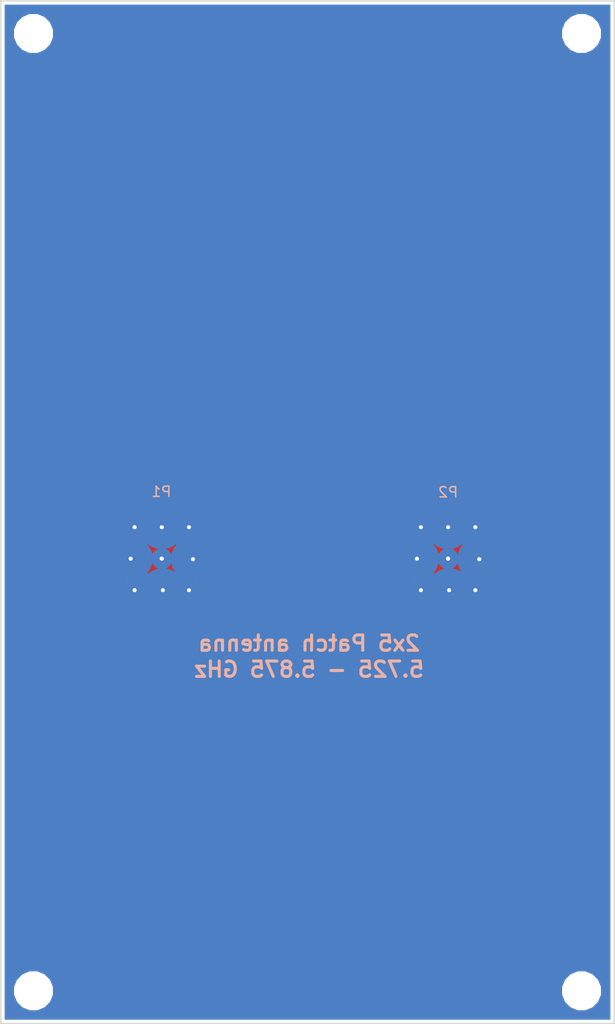
<source format=kicad_pcb>
(kicad_pcb (version 20171130) (host pcbnew 5.1.2-f72e74a~84~ubuntu18.04.1)

  (general
    (thickness 1.6)
    (drawings 358)
    (tracks 192)
    (zones 0)
    (modules 0)
    (nets 1)
  )

  (page A4)
  (layers
    (0 F.Cu signal)
    (31 B.Cu signal)
    (32 B.Adhes user)
    (33 F.Adhes user)
    (34 B.Paste user)
    (35 F.Paste user)
    (36 B.SilkS user)
    (37 F.SilkS user)
    (38 B.Mask user)
    (39 F.Mask user)
    (40 Dwgs.User user)
    (41 Cmts.User user)
    (42 Eco1.User user)
    (43 Eco2.User user)
    (44 Edge.Cuts user)
  )

  (setup
    (last_trace_width 0.25)
    (trace_clearance 0.2)
    (zone_clearance 0.508)
    (zone_45_only no)
    (trace_min 0.2)
    (via_size 0.8)
    (via_drill 0.4)
    (via_min_size 0.4)
    (via_min_drill 0.3)
    (uvia_size 0.3)
    (uvia_drill 0.1)
    (uvias_allowed no)
    (uvia_min_size 0.2)
    (uvia_min_drill 0.1)
    (edge_width 0.05)
    (segment_width 0.2)
    (pcb_text_width 0.3)
    (pcb_text_size 1.5 1.5)
    (mod_edge_width 0.12)
    (mod_text_size 1 1)
    (mod_text_width 0.15)
    (pad_size 1.524 1.524)
    (pad_drill 0.762)
    (pad_to_mask_clearance 0.051)
    (solder_mask_min_width 0.25)
    (aux_axis_origin 0 0)
    (visible_elements FFFFFF7F)
    (pcbplotparams
      (layerselection 0x010fc_ffffffff)
      (usegerberextensions false)
      (usegerberattributes false)
      (usegerberadvancedattributes false)
      (creategerberjobfile false)
      (excludeedgelayer true)
      (linewidth 0.100000)
      (plotframeref false)
      (viasonmask false)
      (mode 1)
      (useauxorigin false)
      (hpglpennumber 1)
      (hpglpenspeed 20)
      (hpglpendiameter 15.000000)
      (psnegative false)
      (psa4output false)
      (plotreference true)
      (plotvalue true)
      (plotinvisibletext false)
      (padsonsilk false)
      (subtractmaskfromsilk false)
      (outputformat 1)
      (mirror false)
      (drillshape 1)
      (scaleselection 1)
      (outputdirectory ""))
  )

  (net 0 "")

  (net_class Default "This is the default net class."
    (clearance 0.2)
    (trace_width 0.25)
    (via_dia 0.8)
    (via_drill 0.4)
    (uvia_dia 0.3)
    (uvia_drill 0.1)
  )

  (gr_line (start 141.541 112.93478) (end 141.541 112.93478) (layer B.Mask) (width 1.1))
  (gr_line (start 113.541 112.93478) (end 113.541 112.93478) (layer B.Mask) (width 1.1))
  (gr_line (start 141.55 109.87) (end 141.55 109.87) (layer B.Mask) (width 7.4))
  (gr_line (start 141.65 116.03) (end 141.65 116.03) (layer B.Mask) (width 7.4))
  (gr_line (start 144.6 113) (end 144.6 113) (layer B.Mask) (width 2))
  (gr_line (start 138.5 112.95) (end 138.5 112.95) (layer B.Mask) (width 2))
  (gr_line (start 138.89 116.03) (end 138.89 116.03) (layer B.Mask) (width 2.8))
  (gr_line (start 144.21 116.03) (end 144.21 116.03) (layer B.Mask) (width 2.8))
  (gr_line (start 144.21 109.87) (end 144.21 109.87) (layer B.Mask) (width 2.8))
  (gr_line (start 138.89 109.87) (end 138.89 109.87) (layer B.Mask) (width 2.8))
  (gr_line (start 141.55 112.95) (end 141.55 112.95) (layer B.Mask) (width 2.45))
  (gr_line (start 113.55 109.87) (end 113.55 109.87) (layer B.Mask) (width 7.4))
  (gr_line (start 113.65 116.03) (end 113.65 116.03) (layer B.Mask) (width 7.4))
  (gr_line (start 116.6 113) (end 116.6 113) (layer B.Mask) (width 2))
  (gr_line (start 110.5 112.95) (end 110.5 112.95) (layer B.Mask) (width 2))
  (gr_line (start 110.89 116.03) (end 110.89 116.03) (layer B.Mask) (width 2.8))
  (gr_line (start 116.21 116.03) (end 116.21 116.03) (layer B.Mask) (width 2.8))
  (gr_line (start 116.21 109.87) (end 116.21 109.87) (layer B.Mask) (width 2.8))
  (gr_line (start 110.89 109.87) (end 110.89 109.87) (layer B.Mask) (width 2.8))
  (gr_line (start 113.55 112.95) (end 113.55 112.95) (layer B.Mask) (width 2.45))
  (gr_line (start 154.6 155.2) (end 154.6 155.2) (layer B.Mask) (width 3.6))
  (gr_line (start 101 155.2) (end 101 155.2) (layer B.Mask) (width 3.6))
  (gr_line (start 101 61.6) (end 101 61.6) (layer B.Mask) (width 3.6))
  (gr_line (start 154.6 61.6) (end 154.6 61.6) (layer B.Mask) (width 3.6))
  (gr_line (start 138.48571 120.54643) (end 138.41429 120.475) (layer B.SilkS) (width 0.3))
  (gr_line (start 138.41429 120.475) (end 138.27143 120.40357) (layer B.SilkS) (width 0.3))
  (gr_line (start 138.27143 120.40357) (end 137.91429 120.40357) (layer B.SilkS) (width 0.3))
  (gr_line (start 137.91429 120.40357) (end 137.77143 120.475) (layer B.SilkS) (width 0.3))
  (gr_line (start 137.77143 120.475) (end 137.7 120.54643) (layer B.SilkS) (width 0.3))
  (gr_line (start 137.7 120.54643) (end 137.62857 120.68929) (layer B.SilkS) (width 0.3))
  (gr_line (start 137.62857 120.68929) (end 137.62857 120.83214) (layer B.SilkS) (width 0.3))
  (gr_line (start 137.62857 120.83214) (end 137.7 121.04643) (layer B.SilkS) (width 0.3))
  (gr_line (start 137.7 121.04643) (end 138.55714 121.90357) (layer B.SilkS) (width 0.3))
  (gr_line (start 138.55714 121.90357) (end 137.62857 121.90357) (layer B.SilkS) (width 0.3))
  (gr_line (start 137.12857 121.90357) (end 136.34286 120.90357) (layer B.SilkS) (width 0.3))
  (gr_line (start 137.12857 120.90357) (end 136.34286 121.90357) (layer B.SilkS) (width 0.3))
  (gr_line (start 135.05714 120.40357) (end 135.77143 120.40357) (layer B.SilkS) (width 0.3))
  (gr_line (start 135.77143 120.40357) (end 135.84286 121.11786) (layer B.SilkS) (width 0.3))
  (gr_line (start 135.84286 121.11786) (end 135.77143 121.04643) (layer B.SilkS) (width 0.3))
  (gr_line (start 135.77143 121.04643) (end 135.62857 120.975) (layer B.SilkS) (width 0.3))
  (gr_line (start 135.62857 120.975) (end 135.27143 120.975) (layer B.SilkS) (width 0.3))
  (gr_line (start 135.27143 120.975) (end 135.12857 121.04643) (layer B.SilkS) (width 0.3))
  (gr_line (start 135.12857 121.04643) (end 135.05714 121.11786) (layer B.SilkS) (width 0.3))
  (gr_line (start 135.05714 121.11786) (end 134.98571 121.26071) (layer B.SilkS) (width 0.3))
  (gr_line (start 134.98571 121.26071) (end 134.98571 121.61786) (layer B.SilkS) (width 0.3))
  (gr_line (start 134.98571 121.61786) (end 135.05714 121.76071) (layer B.SilkS) (width 0.3))
  (gr_line (start 135.05714 121.76071) (end 135.12857 121.83214) (layer B.SilkS) (width 0.3))
  (gr_line (start 135.12857 121.83214) (end 135.27143 121.90357) (layer B.SilkS) (width 0.3))
  (gr_line (start 135.27143 121.90357) (end 135.62857 121.90357) (layer B.SilkS) (width 0.3))
  (gr_line (start 135.62857 121.90357) (end 135.77143 121.83214) (layer B.SilkS) (width 0.3))
  (gr_line (start 135.77143 121.83214) (end 135.84286 121.76071) (layer B.SilkS) (width 0.3))
  (gr_line (start 133.2 121.90357) (end 133.2 120.40357) (layer B.SilkS) (width 0.3))
  (gr_line (start 133.2 120.40357) (end 132.62857 120.40357) (layer B.SilkS) (width 0.3))
  (gr_line (start 132.62857 120.40357) (end 132.48571 120.475) (layer B.SilkS) (width 0.3))
  (gr_line (start 132.48571 120.475) (end 132.41429 120.54643) (layer B.SilkS) (width 0.3))
  (gr_line (start 132.41429 120.54643) (end 132.34286 120.68929) (layer B.SilkS) (width 0.3))
  (gr_line (start 132.34286 120.68929) (end 132.34286 120.90357) (layer B.SilkS) (width 0.3))
  (gr_line (start 132.34286 120.90357) (end 132.41429 121.04643) (layer B.SilkS) (width 0.3))
  (gr_line (start 132.41429 121.04643) (end 132.48571 121.11786) (layer B.SilkS) (width 0.3))
  (gr_line (start 132.48571 121.11786) (end 132.62857 121.18929) (layer B.SilkS) (width 0.3))
  (gr_line (start 132.62857 121.18929) (end 133.2 121.18929) (layer B.SilkS) (width 0.3))
  (gr_line (start 131.05714 121.90357) (end 131.05714 121.11786) (layer B.SilkS) (width 0.3))
  (gr_line (start 131.05714 121.11786) (end 131.12857 120.975) (layer B.SilkS) (width 0.3))
  (gr_line (start 131.12857 120.975) (end 131.27143 120.90357) (layer B.SilkS) (width 0.3))
  (gr_line (start 131.27143 120.90357) (end 131.55714 120.90357) (layer B.SilkS) (width 0.3))
  (gr_line (start 131.55714 120.90357) (end 131.7 120.975) (layer B.SilkS) (width 0.3))
  (gr_line (start 131.05714 121.83214) (end 131.2 121.90357) (layer B.SilkS) (width 0.3))
  (gr_line (start 131.2 121.90357) (end 131.55714 121.90357) (layer B.SilkS) (width 0.3))
  (gr_line (start 131.55714 121.90357) (end 131.7 121.83214) (layer B.SilkS) (width 0.3))
  (gr_line (start 131.7 121.83214) (end 131.77143 121.68929) (layer B.SilkS) (width 0.3))
  (gr_line (start 131.77143 121.68929) (end 131.77143 121.54643) (layer B.SilkS) (width 0.3))
  (gr_line (start 131.77143 121.54643) (end 131.7 121.40357) (layer B.SilkS) (width 0.3))
  (gr_line (start 131.7 121.40357) (end 131.55714 121.33214) (layer B.SilkS) (width 0.3))
  (gr_line (start 131.55714 121.33214) (end 131.2 121.33214) (layer B.SilkS) (width 0.3))
  (gr_line (start 131.2 121.33214) (end 131.05714 121.26071) (layer B.SilkS) (width 0.3))
  (gr_line (start 130.55714 120.90357) (end 129.98571 120.90357) (layer B.SilkS) (width 0.3))
  (gr_line (start 130.34286 120.40357) (end 130.34286 121.68929) (layer B.SilkS) (width 0.3))
  (gr_line (start 130.34286 121.68929) (end 130.27143 121.83214) (layer B.SilkS) (width 0.3))
  (gr_line (start 130.27143 121.83214) (end 130.12857 121.90357) (layer B.SilkS) (width 0.3))
  (gr_line (start 130.12857 121.90357) (end 129.98571 121.90357) (layer B.SilkS) (width 0.3))
  (gr_line (start 128.84286 121.83214) (end 128.98571 121.90357) (layer B.SilkS) (width 0.3))
  (gr_line (start 128.98571 121.90357) (end 129.27143 121.90357) (layer B.SilkS) (width 0.3))
  (gr_line (start 129.27143 121.90357) (end 129.41429 121.83214) (layer B.SilkS) (width 0.3))
  (gr_line (start 129.41429 121.83214) (end 129.48571 121.76071) (layer B.SilkS) (width 0.3))
  (gr_line (start 129.48571 121.76071) (end 129.55714 121.61786) (layer B.SilkS) (width 0.3))
  (gr_line (start 129.55714 121.61786) (end 129.55714 121.18929) (layer B.SilkS) (width 0.3))
  (gr_line (start 129.55714 121.18929) (end 129.48571 121.04643) (layer B.SilkS) (width 0.3))
  (gr_line (start 129.48571 121.04643) (end 129.41429 120.975) (layer B.SilkS) (width 0.3))
  (gr_line (start 129.41429 120.975) (end 129.27143 120.90357) (layer B.SilkS) (width 0.3))
  (gr_line (start 129.27143 120.90357) (end 128.98571 120.90357) (layer B.SilkS) (width 0.3))
  (gr_line (start 128.98571 120.90357) (end 128.84286 120.975) (layer B.SilkS) (width 0.3))
  (gr_line (start 128.2 121.90357) (end 128.2 120.40357) (layer B.SilkS) (width 0.3))
  (gr_line (start 127.55714 121.90357) (end 127.55714 121.11786) (layer B.SilkS) (width 0.3))
  (gr_line (start 127.55714 121.11786) (end 127.62857 120.975) (layer B.SilkS) (width 0.3))
  (gr_line (start 127.62857 120.975) (end 127.77143 120.90357) (layer B.SilkS) (width 0.3))
  (gr_line (start 127.77143 120.90357) (end 127.98571 120.90357) (layer B.SilkS) (width 0.3))
  (gr_line (start 127.98571 120.90357) (end 128.12857 120.975) (layer B.SilkS) (width 0.3))
  (gr_line (start 128.12857 120.975) (end 128.2 121.04643) (layer B.SilkS) (width 0.3))
  (gr_line (start 125.05714 121.90357) (end 125.05714 121.11786) (layer B.SilkS) (width 0.3))
  (gr_line (start 125.05714 121.11786) (end 125.12857 120.975) (layer B.SilkS) (width 0.3))
  (gr_line (start 125.12857 120.975) (end 125.27143 120.90357) (layer B.SilkS) (width 0.3))
  (gr_line (start 125.27143 120.90357) (end 125.55714 120.90357) (layer B.SilkS) (width 0.3))
  (gr_line (start 125.55714 120.90357) (end 125.7 120.975) (layer B.SilkS) (width 0.3))
  (gr_line (start 125.05714 121.83214) (end 125.2 121.90357) (layer B.SilkS) (width 0.3))
  (gr_line (start 125.2 121.90357) (end 125.55714 121.90357) (layer B.SilkS) (width 0.3))
  (gr_line (start 125.55714 121.90357) (end 125.7 121.83214) (layer B.SilkS) (width 0.3))
  (gr_line (start 125.7 121.83214) (end 125.77143 121.68929) (layer B.SilkS) (width 0.3))
  (gr_line (start 125.77143 121.68929) (end 125.77143 121.54643) (layer B.SilkS) (width 0.3))
  (gr_line (start 125.77143 121.54643) (end 125.7 121.40357) (layer B.SilkS) (width 0.3))
  (gr_line (start 125.7 121.40357) (end 125.55714 121.33214) (layer B.SilkS) (width 0.3))
  (gr_line (start 125.55714 121.33214) (end 125.2 121.33214) (layer B.SilkS) (width 0.3))
  (gr_line (start 125.2 121.33214) (end 125.05714 121.26071) (layer B.SilkS) (width 0.3))
  (gr_line (start 124.34286 120.90357) (end 124.34286 121.90357) (layer B.SilkS) (width 0.3))
  (gr_line (start 124.34286 121.04643) (end 124.27143 120.975) (layer B.SilkS) (width 0.3))
  (gr_line (start 124.27143 120.975) (end 124.12857 120.90357) (layer B.SilkS) (width 0.3))
  (gr_line (start 124.12857 120.90357) (end 123.91429 120.90357) (layer B.SilkS) (width 0.3))
  (gr_line (start 123.91429 120.90357) (end 123.77143 120.975) (layer B.SilkS) (width 0.3))
  (gr_line (start 123.77143 120.975) (end 123.7 121.11786) (layer B.SilkS) (width 0.3))
  (gr_line (start 123.7 121.11786) (end 123.7 121.90357) (layer B.SilkS) (width 0.3))
  (gr_line (start 123.2 120.90357) (end 122.62857 120.90357) (layer B.SilkS) (width 0.3))
  (gr_line (start 122.98571 120.40357) (end 122.98571 121.68929) (layer B.SilkS) (width 0.3))
  (gr_line (start 122.98571 121.68929) (end 122.91429 121.83214) (layer B.SilkS) (width 0.3))
  (gr_line (start 122.91429 121.83214) (end 122.77143 121.90357) (layer B.SilkS) (width 0.3))
  (gr_line (start 122.77143 121.90357) (end 122.62857 121.90357) (layer B.SilkS) (width 0.3))
  (gr_line (start 121.55714 121.83214) (end 121.7 121.90357) (layer B.SilkS) (width 0.3))
  (gr_line (start 121.7 121.90357) (end 121.98571 121.90357) (layer B.SilkS) (width 0.3))
  (gr_line (start 121.98571 121.90357) (end 122.12857 121.83214) (layer B.SilkS) (width 0.3))
  (gr_line (start 122.12857 121.83214) (end 122.2 121.68929) (layer B.SilkS) (width 0.3))
  (gr_line (start 122.2 121.68929) (end 122.2 121.11786) (layer B.SilkS) (width 0.3))
  (gr_line (start 122.2 121.11786) (end 122.12857 120.975) (layer B.SilkS) (width 0.3))
  (gr_line (start 122.12857 120.975) (end 121.98571 120.90357) (layer B.SilkS) (width 0.3))
  (gr_line (start 121.98571 120.90357) (end 121.7 120.90357) (layer B.SilkS) (width 0.3))
  (gr_line (start 121.7 120.90357) (end 121.55714 120.975) (layer B.SilkS) (width 0.3))
  (gr_line (start 121.55714 120.975) (end 121.48571 121.11786) (layer B.SilkS) (width 0.3))
  (gr_line (start 121.48571 121.11786) (end 121.48571 121.26071) (layer B.SilkS) (width 0.3))
  (gr_line (start 121.48571 121.26071) (end 122.2 121.40357) (layer B.SilkS) (width 0.3))
  (gr_line (start 120.84286 120.90357) (end 120.84286 121.90357) (layer B.SilkS) (width 0.3))
  (gr_line (start 120.84286 121.04643) (end 120.77143 120.975) (layer B.SilkS) (width 0.3))
  (gr_line (start 120.77143 120.975) (end 120.62857 120.90357) (layer B.SilkS) (width 0.3))
  (gr_line (start 120.62857 120.90357) (end 120.41429 120.90357) (layer B.SilkS) (width 0.3))
  (gr_line (start 120.41429 120.90357) (end 120.27143 120.975) (layer B.SilkS) (width 0.3))
  (gr_line (start 120.27143 120.975) (end 120.2 121.11786) (layer B.SilkS) (width 0.3))
  (gr_line (start 120.2 121.11786) (end 120.2 121.90357) (layer B.SilkS) (width 0.3))
  (gr_line (start 119.48571 120.90357) (end 119.48571 121.90357) (layer B.SilkS) (width 0.3))
  (gr_line (start 119.48571 121.04643) (end 119.41429 120.975) (layer B.SilkS) (width 0.3))
  (gr_line (start 119.41429 120.975) (end 119.27143 120.90357) (layer B.SilkS) (width 0.3))
  (gr_line (start 119.27143 120.90357) (end 119.05714 120.90357) (layer B.SilkS) (width 0.3))
  (gr_line (start 119.05714 120.90357) (end 118.91429 120.975) (layer B.SilkS) (width 0.3))
  (gr_line (start 118.91429 120.975) (end 118.84286 121.11786) (layer B.SilkS) (width 0.3))
  (gr_line (start 118.84286 121.11786) (end 118.84286 121.90357) (layer B.SilkS) (width 0.3))
  (gr_line (start 117.48571 121.90357) (end 117.48571 121.11786) (layer B.SilkS) (width 0.3))
  (gr_line (start 117.48571 121.11786) (end 117.55714 120.975) (layer B.SilkS) (width 0.3))
  (gr_line (start 117.55714 120.975) (end 117.7 120.90357) (layer B.SilkS) (width 0.3))
  (gr_line (start 117.7 120.90357) (end 117.98571 120.90357) (layer B.SilkS) (width 0.3))
  (gr_line (start 117.98571 120.90357) (end 118.12857 120.975) (layer B.SilkS) (width 0.3))
  (gr_line (start 117.48571 121.83214) (end 117.62857 121.90357) (layer B.SilkS) (width 0.3))
  (gr_line (start 117.62857 121.90357) (end 117.98571 121.90357) (layer B.SilkS) (width 0.3))
  (gr_line (start 117.98571 121.90357) (end 118.12857 121.83214) (layer B.SilkS) (width 0.3))
  (gr_line (start 118.12857 121.83214) (end 118.2 121.68929) (layer B.SilkS) (width 0.3))
  (gr_line (start 118.2 121.68929) (end 118.2 121.54643) (layer B.SilkS) (width 0.3))
  (gr_line (start 118.2 121.54643) (end 118.12857 121.40357) (layer B.SilkS) (width 0.3))
  (gr_line (start 118.12857 121.40357) (end 117.98571 121.33214) (layer B.SilkS) (width 0.3))
  (gr_line (start 117.98571 121.33214) (end 117.62857 121.33214) (layer B.SilkS) (width 0.3))
  (gr_line (start 117.62857 121.33214) (end 117.48571 121.26071) (layer B.SilkS) (width 0.3))
  (gr_line (start 138.09286 122.95357) (end 138.80714 122.95357) (layer B.SilkS) (width 0.3))
  (gr_line (start 138.80714 122.95357) (end 138.87857 123.66786) (layer B.SilkS) (width 0.3))
  (gr_line (start 138.87857 123.66786) (end 138.80714 123.59643) (layer B.SilkS) (width 0.3))
  (gr_line (start 138.80714 123.59643) (end 138.66429 123.525) (layer B.SilkS) (width 0.3))
  (gr_line (start 138.66429 123.525) (end 138.30714 123.525) (layer B.SilkS) (width 0.3))
  (gr_line (start 138.30714 123.525) (end 138.16429 123.59643) (layer B.SilkS) (width 0.3))
  (gr_line (start 138.16429 123.59643) (end 138.09286 123.66786) (layer B.SilkS) (width 0.3))
  (gr_line (start 138.09286 123.66786) (end 138.02143 123.81071) (layer B.SilkS) (width 0.3))
  (gr_line (start 138.02143 123.81071) (end 138.02143 124.16786) (layer B.SilkS) (width 0.3))
  (gr_line (start 138.02143 124.16786) (end 138.09286 124.31071) (layer B.SilkS) (width 0.3))
  (gr_line (start 138.09286 124.31071) (end 138.16429 124.38214) (layer B.SilkS) (width 0.3))
  (gr_line (start 138.16429 124.38214) (end 138.30714 124.45357) (layer B.SilkS) (width 0.3))
  (gr_line (start 138.30714 124.45357) (end 138.66429 124.45357) (layer B.SilkS) (width 0.3))
  (gr_line (start 138.66429 124.45357) (end 138.80714 124.38214) (layer B.SilkS) (width 0.3))
  (gr_line (start 138.80714 124.38214) (end 138.87857 124.31071) (layer B.SilkS) (width 0.3))
  (gr_line (start 137.37857 124.31071) (end 137.30714 124.38214) (layer B.SilkS) (width 0.3))
  (gr_line (start 137.30714 124.38214) (end 137.37857 124.45357) (layer B.SilkS) (width 0.3))
  (gr_line (start 137.37857 124.45357) (end 137.45 124.38214) (layer B.SilkS) (width 0.3))
  (gr_line (start 137.45 124.38214) (end 137.37857 124.31071) (layer B.SilkS) (width 0.3))
  (gr_line (start 137.37857 124.31071) (end 137.37857 124.45357) (layer B.SilkS) (width 0.3))
  (gr_line (start 136.80714 122.95357) (end 135.80714 122.95357) (layer B.SilkS) (width 0.3))
  (gr_line (start 135.80714 122.95357) (end 136.45 124.45357) (layer B.SilkS) (width 0.3))
  (gr_line (start 135.30714 123.09643) (end 135.23571 123.025) (layer B.SilkS) (width 0.3))
  (gr_line (start 135.23571 123.025) (end 135.09286 122.95357) (layer B.SilkS) (width 0.3))
  (gr_line (start 135.09286 122.95357) (end 134.73571 122.95357) (layer B.SilkS) (width 0.3))
  (gr_line (start 134.73571 122.95357) (end 134.59286 123.025) (layer B.SilkS) (width 0.3))
  (gr_line (start 134.59286 123.025) (end 134.52143 123.09643) (layer B.SilkS) (width 0.3))
  (gr_line (start 134.52143 123.09643) (end 134.45 123.23929) (layer B.SilkS) (width 0.3))
  (gr_line (start 134.45 123.23929) (end 134.45 123.38214) (layer B.SilkS) (width 0.3))
  (gr_line (start 134.45 123.38214) (end 134.52143 123.59643) (layer B.SilkS) (width 0.3))
  (gr_line (start 134.52143 123.59643) (end 135.37857 124.45357) (layer B.SilkS) (width 0.3))
  (gr_line (start 135.37857 124.45357) (end 134.45 124.45357) (layer B.SilkS) (width 0.3))
  (gr_line (start 133.09286 122.95357) (end 133.80714 122.95357) (layer B.SilkS) (width 0.3))
  (gr_line (start 133.80714 122.95357) (end 133.87857 123.66786) (layer B.SilkS) (width 0.3))
  (gr_line (start 133.87857 123.66786) (end 133.80714 123.59643) (layer B.SilkS) (width 0.3))
  (gr_line (start 133.80714 123.59643) (end 133.66429 123.525) (layer B.SilkS) (width 0.3))
  (gr_line (start 133.66429 123.525) (end 133.30714 123.525) (layer B.SilkS) (width 0.3))
  (gr_line (start 133.30714 123.525) (end 133.16429 123.59643) (layer B.SilkS) (width 0.3))
  (gr_line (start 133.16429 123.59643) (end 133.09286 123.66786) (layer B.SilkS) (width 0.3))
  (gr_line (start 133.09286 123.66786) (end 133.02143 123.81071) (layer B.SilkS) (width 0.3))
  (gr_line (start 133.02143 123.81071) (end 133.02143 124.16786) (layer B.SilkS) (width 0.3))
  (gr_line (start 133.02143 124.16786) (end 133.09286 124.31071) (layer B.SilkS) (width 0.3))
  (gr_line (start 133.09286 124.31071) (end 133.16429 124.38214) (layer B.SilkS) (width 0.3))
  (gr_line (start 133.16429 124.38214) (end 133.30714 124.45357) (layer B.SilkS) (width 0.3))
  (gr_line (start 133.30714 124.45357) (end 133.66429 124.45357) (layer B.SilkS) (width 0.3))
  (gr_line (start 133.66429 124.45357) (end 133.80714 124.38214) (layer B.SilkS) (width 0.3))
  (gr_line (start 133.80714 124.38214) (end 133.87857 124.31071) (layer B.SilkS) (width 0.3))
  (gr_line (start 131.23571 123.88214) (end 130.09286 123.88214) (layer B.SilkS) (width 0.3))
  (gr_line (start 127.52143 122.95357) (end 128.23571 122.95357) (layer B.SilkS) (width 0.3))
  (gr_line (start 128.23571 122.95357) (end 128.30714 123.66786) (layer B.SilkS) (width 0.3))
  (gr_line (start 128.30714 123.66786) (end 128.23571 123.59643) (layer B.SilkS) (width 0.3))
  (gr_line (start 128.23571 123.59643) (end 128.09286 123.525) (layer B.SilkS) (width 0.3))
  (gr_line (start 128.09286 123.525) (end 127.73571 123.525) (layer B.SilkS) (width 0.3))
  (gr_line (start 127.73571 123.525) (end 127.59286 123.59643) (layer B.SilkS) (width 0.3))
  (gr_line (start 127.59286 123.59643) (end 127.52143 123.66786) (layer B.SilkS) (width 0.3))
  (gr_line (start 127.52143 123.66786) (end 127.45 123.81071) (layer B.SilkS) (width 0.3))
  (gr_line (start 127.45 123.81071) (end 127.45 124.16786) (layer B.SilkS) (width 0.3))
  (gr_line (start 127.45 124.16786) (end 127.52143 124.31071) (layer B.SilkS) (width 0.3))
  (gr_line (start 127.52143 124.31071) (end 127.59286 124.38214) (layer B.SilkS) (width 0.3))
  (gr_line (start 127.59286 124.38214) (end 127.73571 124.45357) (layer B.SilkS) (width 0.3))
  (gr_line (start 127.73571 124.45357) (end 128.09286 124.45357) (layer B.SilkS) (width 0.3))
  (gr_line (start 128.09286 124.45357) (end 128.23571 124.38214) (layer B.SilkS) (width 0.3))
  (gr_line (start 128.23571 124.38214) (end 128.30714 124.31071) (layer B.SilkS) (width 0.3))
  (gr_line (start 126.80714 124.31071) (end 126.73571 124.38214) (layer B.SilkS) (width 0.3))
  (gr_line (start 126.73571 124.38214) (end 126.80714 124.45357) (layer B.SilkS) (width 0.3))
  (gr_line (start 126.80714 124.45357) (end 126.87857 124.38214) (layer B.SilkS) (width 0.3))
  (gr_line (start 126.87857 124.38214) (end 126.80714 124.31071) (layer B.SilkS) (width 0.3))
  (gr_line (start 126.80714 124.31071) (end 126.80714 124.45357) (layer B.SilkS) (width 0.3))
  (gr_line (start 125.87857 123.59643) (end 126.02143 123.525) (layer B.SilkS) (width 0.3))
  (gr_line (start 126.02143 123.525) (end 126.09286 123.45357) (layer B.SilkS) (width 0.3))
  (gr_line (start 126.09286 123.45357) (end 126.16429 123.31071) (layer B.SilkS) (width 0.3))
  (gr_line (start 126.16429 123.31071) (end 126.16429 123.23929) (layer B.SilkS) (width 0.3))
  (gr_line (start 126.16429 123.23929) (end 126.09286 123.09643) (layer B.SilkS) (width 0.3))
  (gr_line (start 126.09286 123.09643) (end 126.02143 123.025) (layer B.SilkS) (width 0.3))
  (gr_line (start 126.02143 123.025) (end 125.87857 122.95357) (layer B.SilkS) (width 0.3))
  (gr_line (start 125.87857 122.95357) (end 125.59286 122.95357) (layer B.SilkS) (width 0.3))
  (gr_line (start 125.59286 122.95357) (end 125.45 123.025) (layer B.SilkS) (width 0.3))
  (gr_line (start 125.45 123.025) (end 125.37857 123.09643) (layer B.SilkS) (width 0.3))
  (gr_line (start 125.37857 123.09643) (end 125.30714 123.23929) (layer B.SilkS) (width 0.3))
  (gr_line (start 125.30714 123.23929) (end 125.30714 123.31071) (layer B.SilkS) (width 0.3))
  (gr_line (start 125.30714 123.31071) (end 125.37857 123.45357) (layer B.SilkS) (width 0.3))
  (gr_line (start 125.37857 123.45357) (end 125.45 123.525) (layer B.SilkS) (width 0.3))
  (gr_line (start 125.45 123.525) (end 125.59286 123.59643) (layer B.SilkS) (width 0.3))
  (gr_line (start 125.59286 123.59643) (end 125.87857 123.59643) (layer B.SilkS) (width 0.3))
  (gr_line (start 125.87857 123.59643) (end 126.02143 123.66786) (layer B.SilkS) (width 0.3))
  (gr_line (start 126.02143 123.66786) (end 126.09286 123.73929) (layer B.SilkS) (width 0.3))
  (gr_line (start 126.09286 123.73929) (end 126.16429 123.88214) (layer B.SilkS) (width 0.3))
  (gr_line (start 126.16429 123.88214) (end 126.16429 124.16786) (layer B.SilkS) (width 0.3))
  (gr_line (start 126.16429 124.16786) (end 126.09286 124.31071) (layer B.SilkS) (width 0.3))
  (gr_line (start 126.09286 124.31071) (end 126.02143 124.38214) (layer B.SilkS) (width 0.3))
  (gr_line (start 126.02143 124.38214) (end 125.87857 124.45357) (layer B.SilkS) (width 0.3))
  (gr_line (start 125.87857 124.45357) (end 125.59286 124.45357) (layer B.SilkS) (width 0.3))
  (gr_line (start 125.59286 124.45357) (end 125.45 124.38214) (layer B.SilkS) (width 0.3))
  (gr_line (start 125.45 124.38214) (end 125.37857 124.31071) (layer B.SilkS) (width 0.3))
  (gr_line (start 125.37857 124.31071) (end 125.30714 124.16786) (layer B.SilkS) (width 0.3))
  (gr_line (start 125.30714 124.16786) (end 125.30714 123.88214) (layer B.SilkS) (width 0.3))
  (gr_line (start 125.30714 123.88214) (end 125.37857 123.73929) (layer B.SilkS) (width 0.3))
  (gr_line (start 125.37857 123.73929) (end 125.45 123.66786) (layer B.SilkS) (width 0.3))
  (gr_line (start 125.45 123.66786) (end 125.59286 123.59643) (layer B.SilkS) (width 0.3))
  (gr_line (start 124.80714 122.95357) (end 123.80714 122.95357) (layer B.SilkS) (width 0.3))
  (gr_line (start 123.80714 122.95357) (end 124.45 124.45357) (layer B.SilkS) (width 0.3))
  (gr_line (start 122.52143 122.95357) (end 123.23571 122.95357) (layer B.SilkS) (width 0.3))
  (gr_line (start 123.23571 122.95357) (end 123.30714 123.66786) (layer B.SilkS) (width 0.3))
  (gr_line (start 123.30714 123.66786) (end 123.23571 123.59643) (layer B.SilkS) (width 0.3))
  (gr_line (start 123.23571 123.59643) (end 123.09286 123.525) (layer B.SilkS) (width 0.3))
  (gr_line (start 123.09286 123.525) (end 122.73571 123.525) (layer B.SilkS) (width 0.3))
  (gr_line (start 122.73571 123.525) (end 122.59286 123.59643) (layer B.SilkS) (width 0.3))
  (gr_line (start 122.59286 123.59643) (end 122.52143 123.66786) (layer B.SilkS) (width 0.3))
  (gr_line (start 122.52143 123.66786) (end 122.45 123.81071) (layer B.SilkS) (width 0.3))
  (gr_line (start 122.45 123.81071) (end 122.45 124.16786) (layer B.SilkS) (width 0.3))
  (gr_line (start 122.45 124.16786) (end 122.52143 124.31071) (layer B.SilkS) (width 0.3))
  (gr_line (start 122.52143 124.31071) (end 122.59286 124.38214) (layer B.SilkS) (width 0.3))
  (gr_line (start 122.59286 124.38214) (end 122.73571 124.45357) (layer B.SilkS) (width 0.3))
  (gr_line (start 122.73571 124.45357) (end 123.09286 124.45357) (layer B.SilkS) (width 0.3))
  (gr_line (start 123.09286 124.45357) (end 123.23571 124.38214) (layer B.SilkS) (width 0.3))
  (gr_line (start 123.23571 124.38214) (end 123.30714 124.31071) (layer B.SilkS) (width 0.3))
  (gr_line (start 119.87857 123.025) (end 120.02143 122.95357) (layer B.SilkS) (width 0.3))
  (gr_line (start 120.02143 122.95357) (end 120.23571 122.95357) (layer B.SilkS) (width 0.3))
  (gr_line (start 120.23571 122.95357) (end 120.45 123.025) (layer B.SilkS) (width 0.3))
  (gr_line (start 120.45 123.025) (end 120.59286 123.16786) (layer B.SilkS) (width 0.3))
  (gr_line (start 120.59286 123.16786) (end 120.66429 123.31071) (layer B.SilkS) (width 0.3))
  (gr_line (start 120.66429 123.31071) (end 120.73571 123.59643) (layer B.SilkS) (width 0.3))
  (gr_line (start 120.73571 123.59643) (end 120.73571 123.81071) (layer B.SilkS) (width 0.3))
  (gr_line (start 120.73571 123.81071) (end 120.66429 124.09643) (layer B.SilkS) (width 0.3))
  (gr_line (start 120.66429 124.09643) (end 120.59286 124.23929) (layer B.SilkS) (width 0.3))
  (gr_line (start 120.59286 124.23929) (end 120.45 124.38214) (layer B.SilkS) (width 0.3))
  (gr_line (start 120.45 124.38214) (end 120.23571 124.45357) (layer B.SilkS) (width 0.3))
  (gr_line (start 120.23571 124.45357) (end 120.09286 124.45357) (layer B.SilkS) (width 0.3))
  (gr_line (start 120.09286 124.45357) (end 119.87857 124.38214) (layer B.SilkS) (width 0.3))
  (gr_line (start 119.87857 124.38214) (end 119.80714 124.31071) (layer B.SilkS) (width 0.3))
  (gr_line (start 119.80714 124.31071) (end 119.80714 123.81071) (layer B.SilkS) (width 0.3))
  (gr_line (start 119.80714 123.81071) (end 120.09286 123.81071) (layer B.SilkS) (width 0.3))
  (gr_line (start 119.16429 124.45357) (end 119.16429 122.95357) (layer B.SilkS) (width 0.3))
  (gr_line (start 119.16429 123.66786) (end 118.30714 123.66786) (layer B.SilkS) (width 0.3))
  (gr_line (start 118.30714 124.45357) (end 118.30714 122.95357) (layer B.SilkS) (width 0.3))
  (gr_line (start 117.73571 123.45357) (end 116.95 123.45357) (layer B.SilkS) (width 0.3))
  (gr_line (start 116.95 123.45357) (end 117.73571 124.45357) (layer B.SilkS) (width 0.3))
  (gr_line (start 117.73571 124.45357) (end 116.95 124.45357) (layer B.SilkS) (width 0.3))
  (gr_line (start 142.2881 106.90238) (end 142.2881 105.90238) (layer B.SilkS) (width 0.15))
  (gr_line (start 142.2881 105.90238) (end 141.90714 105.90238) (layer B.SilkS) (width 0.15))
  (gr_line (start 141.90714 105.90238) (end 141.8119 105.95) (layer B.SilkS) (width 0.15))
  (gr_line (start 141.8119 105.95) (end 141.76429 105.99762) (layer B.SilkS) (width 0.15))
  (gr_line (start 141.76429 105.99762) (end 141.71667 106.09286) (layer B.SilkS) (width 0.15))
  (gr_line (start 141.71667 106.09286) (end 141.71667 106.23571) (layer B.SilkS) (width 0.15))
  (gr_line (start 141.71667 106.23571) (end 141.76429 106.33095) (layer B.SilkS) (width 0.15))
  (gr_line (start 141.76429 106.33095) (end 141.8119 106.37857) (layer B.SilkS) (width 0.15))
  (gr_line (start 141.8119 106.37857) (end 141.90714 106.42619) (layer B.SilkS) (width 0.15))
  (gr_line (start 141.90714 106.42619) (end 142.2881 106.42619) (layer B.SilkS) (width 0.15))
  (gr_line (start 141.33571 105.99762) (end 141.2881 105.95) (layer B.SilkS) (width 0.15))
  (gr_line (start 141.2881 105.95) (end 141.19286 105.90238) (layer B.SilkS) (width 0.15))
  (gr_line (start 141.19286 105.90238) (end 140.95476 105.90238) (layer B.SilkS) (width 0.15))
  (gr_line (start 140.95476 105.90238) (end 140.85952 105.95) (layer B.SilkS) (width 0.15))
  (gr_line (start 140.85952 105.95) (end 140.8119 105.99762) (layer B.SilkS) (width 0.15))
  (gr_line (start 140.8119 105.99762) (end 140.76429 106.09286) (layer B.SilkS) (width 0.15))
  (gr_line (start 140.76429 106.09286) (end 140.76429 106.1881) (layer B.SilkS) (width 0.15))
  (gr_line (start 140.76429 106.1881) (end 140.8119 106.33095) (layer B.SilkS) (width 0.15))
  (gr_line (start 140.8119 106.33095) (end 141.38333 106.90238) (layer B.SilkS) (width 0.15))
  (gr_line (start 141.38333 106.90238) (end 140.76429 106.90238) (layer B.SilkS) (width 0.15))
  (gr_line (start 114.2381 106.85238) (end 114.2381 105.85238) (layer B.SilkS) (width 0.15))
  (gr_line (start 114.2381 105.85238) (end 113.85714 105.85238) (layer B.SilkS) (width 0.15))
  (gr_line (start 113.85714 105.85238) (end 113.7619 105.9) (layer B.SilkS) (width 0.15))
  (gr_line (start 113.7619 105.9) (end 113.71429 105.94762) (layer B.SilkS) (width 0.15))
  (gr_line (start 113.71429 105.94762) (end 113.66667 106.04286) (layer B.SilkS) (width 0.15))
  (gr_line (start 113.66667 106.04286) (end 113.66667 106.18571) (layer B.SilkS) (width 0.15))
  (gr_line (start 113.66667 106.18571) (end 113.71429 106.28095) (layer B.SilkS) (width 0.15))
  (gr_line (start 113.71429 106.28095) (end 113.7619 106.32857) (layer B.SilkS) (width 0.15))
  (gr_line (start 113.7619 106.32857) (end 113.85714 106.37619) (layer B.SilkS) (width 0.15))
  (gr_line (start 113.85714 106.37619) (end 114.2381 106.37619) (layer B.SilkS) (width 0.15))
  (gr_line (start 112.71429 106.85238) (end 113.28571 106.85238) (layer B.SilkS) (width 0.15))
  (gr_line (start 113 106.85238) (end 113 105.85238) (layer B.SilkS) (width 0.15))
  (gr_line (start 113 105.85238) (end 113.09524 105.99524) (layer B.SilkS) (width 0.15))
  (gr_line (start 113.09524 105.99524) (end 113.19048 106.09048) (layer B.SilkS) (width 0.15))
  (gr_line (start 113.19048 106.09048) (end 113.28571 106.1381) (layer B.SilkS) (width 0.15))
  (gr_line (start 97.8 58.4) (end 97.8 58.4) (layer Edge.Cuts) (width 0.15))
  (gr_line (start 97.8 158.4) (end 97.8 58.4) (layer Edge.Cuts) (width 0.15))
  (gr_line (start 157.8 158.4) (end 97.8 158.4) (layer Edge.Cuts) (width 0.15))
  (gr_line (start 157.8 58.4) (end 157.8 158.4) (layer Edge.Cuts) (width 0.15))
  (gr_line (start 97.8 58.4) (end 157.8 58.4) (layer Edge.Cuts) (width 0.15))
  (gr_line (start 154.6 155.2) (end 154.6 155.2) (layer F.Mask) (width 3.6))
  (gr_line (start 101 155.2) (end 101 155.2) (layer F.Mask) (width 3.6))
  (gr_line (start 101 61.6) (end 101 61.6) (layer F.Mask) (width 3.6))
  (gr_line (start 154.6 61.6) (end 154.6 61.6) (layer F.Mask) (width 3.6))
  (gr_poly (pts (xy 157.325 157.925) (xy 98.275 157.925) (xy 98.275 155.59608) (xy 98.99965 155.59608) (xy 99.30349 156.33143) (xy 99.86561 156.89453) (xy 100.60043 157.19965) (xy 101.39608 157.20035) (xy 102.13143 156.89651) (xy 102.69453 156.33439) (xy 102.99965 155.59957) (xy 102.99966 155.59608) (xy 152.59965 155.59608) (xy 152.90349 156.33143) (xy 153.46561 156.89453) (xy 154.20043 157.19965) (xy 154.99608 157.20035) (xy 155.73143 156.89651) (xy 156.29453 156.33439) (xy 156.59965 155.59957) (xy 156.60035 154.80392) (xy 156.29651 154.06857) (xy 155.73439 153.50547) (xy 154.99957 153.20035) (xy 154.20392 153.19965) (xy 153.46857 153.50349) (xy 152.90547 154.06561) (xy 152.60035 154.80043) (xy 152.59965 155.59608) (xy 102.99966 155.59608) (xy 103.00035 154.80392) (xy 102.69651 154.06857) (xy 102.13439 153.50547) (xy 101.39957 153.20035) (xy 100.60392 153.19965) (xy 99.86857 153.50349) (xy 99.30547 154.06561) (xy 99.00035 154.80043) (xy 98.99965 155.59608) (xy 98.275 155.59608) (xy 98.275 109.45) (xy 110.1 109.45) (xy 110.1 115.95) (xy 110.1079 115.98896) (xy 110.12982 116.02124) (xy 110.16243 116.04267) (xy 110.20075 116.05) (xy 116.85075 116) (xy 116.88827 115.99239) (xy 116.92071 115.97071) (xy 116.94239 115.93827) (xy 116.95 115.9) (xy 116.95 109.67863) (xy 138.14194 109.67863) (xy 138.14194 116.17863) (xy 138.14985 116.21759) (xy 138.17177 116.24987) (xy 138.20437 116.27131) (xy 138.2427 116.27863) (xy 144.8927 116.22863) (xy 144.93021 116.22102) (xy 144.96266 116.19934) (xy 144.98433 116.1669) (xy 144.99194 116.12863) (xy 144.99194 109.67863) (xy 144.98433 109.64036) (xy 144.96266 109.60792) (xy 144.93021 109.58624) (xy 144.89194 109.57863) (xy 138.24194 109.57863) (xy 138.20368 109.58624) (xy 138.17123 109.60792) (xy 138.14956 109.64036) (xy 138.14194 109.67863) (xy 116.95 109.67863) (xy 116.95 109.45) (xy 116.94239 109.41173) (xy 116.92071 109.37929) (xy 116.88827 109.35761) (xy 116.85 109.35) (xy 110.2 109.35) (xy 110.16173 109.35761) (xy 110.12929 109.37929) (xy 110.10761 109.41173) (xy 110.1 109.45) (xy 98.275 109.45) (xy 98.275 61.99608) (xy 98.99965 61.99608) (xy 99.30349 62.73143) (xy 99.86561 63.29453) (xy 100.60043 63.59965) (xy 101.39608 63.60035) (xy 102.13143 63.29651) (xy 102.69453 62.73439) (xy 102.99965 61.99957) (xy 102.99966 61.99608) (xy 152.59965 61.99608) (xy 152.90349 62.73143) (xy 153.46561 63.29453) (xy 154.20043 63.59965) (xy 154.99608 63.60035) (xy 155.73143 63.29651) (xy 156.29453 62.73439) (xy 156.59965 61.99957) (xy 156.60035 61.20392) (xy 156.29651 60.46857) (xy 155.73439 59.90547) (xy 154.99957 59.60035) (xy 154.20392 59.59965) (xy 153.46857 59.90349) (xy 152.90547 60.46561) (xy 152.60035 61.20043) (xy 152.59965 61.99608) (xy 102.99966 61.99608) (xy 103.00035 61.20392) (xy 102.69651 60.46857) (xy 102.13439 59.90547) (xy 101.39957 59.60035) (xy 100.60392 59.59965) (xy 99.86857 59.90349) (xy 99.30547 60.46561) (xy 99.00035 61.20043) (xy 98.99965 61.99608) (xy 98.275 61.99608) (xy 98.275 58.875) (xy 157.325 58.875)) (layer B.Cu) (width 0))
  (gr_poly (pts (xy 116.75 115.80075) (xy 110.3 115.84925) (xy 110.3 113.36093) (xy 111.47464 113.36093) (xy 111.78988 114.12386) (xy 112.37307 114.70807) (xy 113.13545 115.02464) (xy 113.96093 115.02536) (xy 114.72386 114.71013) (xy 115.30807 114.12693) (xy 115.62464 113.36455) (xy 115.62536 112.53907) (xy 115.31013 111.77614) (xy 114.72693 111.19193) (xy 113.96455 110.87536) (xy 113.13907 110.87464) (xy 112.37614 111.18988) (xy 111.79193 111.77307) (xy 111.47536 112.53545) (xy 111.47464 113.36093) (xy 110.3 113.36093) (xy 110.3 109.55) (xy 116.75 109.55)) (layer B.Cu) (width 0))
  (gr_poly (pts (xy 144.79194 116.02938) (xy 138.34194 116.07788) (xy 138.34194 113.36093) (xy 139.47464 113.36093) (xy 139.78988 114.12386) (xy 140.37307 114.70807) (xy 141.13545 115.02464) (xy 141.96093 115.02536) (xy 142.72386 114.71013) (xy 143.30807 114.12693) (xy 143.62464 113.36455) (xy 143.62536 112.53907) (xy 143.31013 111.77614) (xy 142.72693 111.19193) (xy 141.96455 110.87536) (xy 141.13907 110.87464) (xy 140.37614 111.18988) (xy 139.79193 111.77307) (xy 139.47536 112.53545) (xy 139.47464 113.36093) (xy 138.34194 113.36093) (xy 138.34194 109.77863) (xy 144.79194 109.77863)) (layer B.Cu) (width 0))
  (gr_poly (pts (xy 127.741 115.78478) (xy 127.441 115.78478) (xy 127.441 115.28478) (xy 127.741 115.28478)) (layer F.Cu) (width 0))
  (gr_poly (pts (xy 128.541 101.58478) (xy 128.241 101.58478) (xy 128.241 101.08478) (xy 128.541 101.08478)) (layer F.Cu) (width 0))
  (gr_poly (pts (xy 126.941 101.58478) (xy 126.641 101.58478) (xy 126.641 101.08478) (xy 126.941 101.08478)) (layer F.Cu) (width 0))
  (gr_poly (pts (xy 129.041 115.78478) (xy 128.541 115.78478) (xy 128.541 101.08478) (xy 129.041 101.08478)) (layer F.Cu) (width 0))
  (gr_poly (pts (xy 128.241 115.78478) (xy 127.741 115.78478) (xy 127.741 101.08478) (xy 128.241 101.08478)) (layer F.Cu) (width 0))
  (gr_poly (pts (xy 127.441 115.78478) (xy 126.941 115.78478) (xy 126.941 101.08478) (xy 127.441 101.08478)) (layer F.Cu) (width 0))
  (gr_poly (pts (xy 126.641 115.78478) (xy 126.141 115.78478) (xy 126.141 101.08478) (xy 126.641 101.08478)) (layer F.Cu) (width 0))
  (gr_poly (pts (xy 141.80913 81.98478) (xy 148.541 81.98478) (xy 148.541 94.88478) (xy 141.80913 94.88478) (xy 141.80913 101.98478) (xy 149.541 101.98478) (xy 149.541 114.88478) (xy 141.80913 114.88478) (xy 141.80913 121.98478) (xy 148.541 121.98478) (xy 148.541 134.88478) (xy 141.80913 134.88478) (xy 141.80913 141.98478) (xy 147.541 141.98478) (xy 147.541 154.88478) (xy 135.541 154.88478) (xy 135.541 141.98478) (xy 141.27288 141.98478) (xy 141.27288 134.88478) (xy 134.541 134.88478) (xy 134.541 121.98478) (xy 141.27288 121.98478) (xy 141.27288 114.88478) (xy 133.541 114.88478) (xy 133.541 101.98478) (xy 141.27288 101.98478) (xy 141.27288 94.88478) (xy 134.541 94.88478) (xy 134.541 81.98478) (xy 141.27288 81.98478) (xy 141.27288 74.88478) (xy 135.541 74.88478) (xy 135.541 61.98478) (xy 147.541 61.98478) (xy 147.541 74.88478) (xy 141.80913 74.88478)) (layer F.Cu) (width 0))
  (gr_poly (pts (xy 113.80913 81.98478) (xy 120.541 81.98478) (xy 120.541 94.88478) (xy 113.80913 94.88478) (xy 113.80913 101.98478) (xy 121.541 101.98478) (xy 121.541 114.88478) (xy 113.80913 114.88478) (xy 113.80913 121.98478) (xy 120.541 121.98478) (xy 120.541 134.88478) (xy 113.80913 134.88478) (xy 113.80913 141.98478) (xy 119.541 141.98478) (xy 119.541 154.88478) (xy 107.541 154.88478) (xy 107.541 141.98478) (xy 113.27288 141.98478) (xy 113.27288 134.88478) (xy 106.541 134.88478) (xy 106.541 121.98478) (xy 113.27288 121.98478) (xy 113.27288 114.88478) (xy 105.541 114.88478) (xy 105.541 101.98478) (xy 113.27288 101.98478) (xy 113.27288 94.88478) (xy 106.541 94.88478) (xy 106.541 81.98478) (xy 113.27288 81.98478) (xy 113.27288 74.88478) (xy 107.541 74.88478) (xy 107.541 61.98478) (xy 119.541 61.98478) (xy 119.541 74.88478) (xy 113.80913 74.88478)) (layer F.Cu) (width 0))

  (via (at 141.541 112.93478) (size 0.7) (layers F.Cu B.Cu) (net 0))
  (via (at 113.541 112.93478) (size 0.7) (layers F.Cu B.Cu) (net 0))
  (via (at 141.55 109.87) (size 4.3) (layers F.Cu B.Cu) (net 0))
  (via (at 141.65 116.03) (size 4.3) (layers F.Cu B.Cu) (net 0))
  (via (at 144.6 113) (size 4.3) (layers F.Cu B.Cu) (net 0))
  (via (at 138.5 112.95) (size 4.3) (layers F.Cu B.Cu) (net 0))
  (via (at 138.89 116.03) (size 2) (layers F.Cu B.Cu) (net 0))
  (via (at 144.21 116.03) (size 2) (layers F.Cu B.Cu) (net 0))
  (via (at 144.21 109.87) (size 2) (layers F.Cu B.Cu) (net 0))
  (via (at 138.89 109.87) (size 2) (layers F.Cu B.Cu) (net 0))
  (via (at 141.55 112.95) (size 2.05) (layers F.Cu B.Cu) (net 0))
  (via (at 113.55 109.87) (size 4.3) (layers F.Cu B.Cu) (net 0))
  (via (at 113.65 116.03) (size 4.3) (layers F.Cu B.Cu) (net 0))
  (via (at 116.6 113) (size 4.3) (layers F.Cu B.Cu) (net 0))
  (via (at 110.5 112.95) (size 4.3) (layers F.Cu B.Cu) (net 0))
  (via (at 110.89 116.03) (size 2) (layers F.Cu B.Cu) (net 0))
  (via (at 116.21 116.03) (size 2) (layers F.Cu B.Cu) (net 0))
  (via (at 116.21 109.87) (size 2) (layers F.Cu B.Cu) (net 0))
  (via (at 110.89 109.87) (size 2) (layers F.Cu B.Cu) (net 0))
  (via (at 113.55 112.95) (size 2.05) (layers F.Cu B.Cu) (net 0))
  (segment (start 157.325 157.925) (end 98.275 157.925) (width 0.2) (layer B.Cu) (net 0))
  (segment (start 98.275 157.925) (end 98.275 155.59608) (width 0.2) (layer B.Cu) (net 0))
  (segment (start 98.275 155.59608) (end 98.99965 155.59608) (width 0.2) (layer B.Cu) (net 0))
  (segment (start 98.99965 155.59608) (end 99.30349 156.33143) (width 0.2) (layer B.Cu) (net 0))
  (segment (start 99.30349 156.33143) (end 99.86561 156.89453) (width 0.2) (layer B.Cu) (net 0))
  (segment (start 99.86561 156.89453) (end 100.60043 157.19965) (width 0.2) (layer B.Cu) (net 0))
  (segment (start 100.60043 157.19965) (end 101.39608 157.20035) (width 0.2) (layer B.Cu) (net 0))
  (segment (start 101.39608 157.20035) (end 102.13143 156.89651) (width 0.2) (layer B.Cu) (net 0))
  (segment (start 102.13143 156.89651) (end 102.69453 156.33439) (width 0.2) (layer B.Cu) (net 0))
  (segment (start 102.69453 156.33439) (end 102.99965 155.59957) (width 0.2) (layer B.Cu) (net 0))
  (segment (start 102.99965 155.59957) (end 102.99966 155.59608) (width 0.2) (layer B.Cu) (net 0))
  (segment (start 102.99966 155.59608) (end 152.59965 155.59608) (width 0.2) (layer B.Cu) (net 0))
  (segment (start 152.59965 155.59608) (end 152.90349 156.33143) (width 0.2) (layer B.Cu) (net 0))
  (segment (start 152.90349 156.33143) (end 153.46561 156.89453) (width 0.2) (layer B.Cu) (net 0))
  (segment (start 153.46561 156.89453) (end 154.20043 157.19965) (width 0.2) (layer B.Cu) (net 0))
  (segment (start 154.20043 157.19965) (end 154.99608 157.20035) (width 0.2) (layer B.Cu) (net 0))
  (segment (start 154.99608 157.20035) (end 155.73143 156.89651) (width 0.2) (layer B.Cu) (net 0))
  (segment (start 155.73143 156.89651) (end 156.29453 156.33439) (width 0.2) (layer B.Cu) (net 0))
  (segment (start 156.29453 156.33439) (end 156.59965 155.59957) (width 0.2) (layer B.Cu) (net 0))
  (segment (start 156.59965 155.59957) (end 156.60035 154.80392) (width 0.2) (layer B.Cu) (net 0))
  (segment (start 156.60035 154.80392) (end 156.29651 154.06857) (width 0.2) (layer B.Cu) (net 0))
  (segment (start 156.29651 154.06857) (end 155.73439 153.50547) (width 0.2) (layer B.Cu) (net 0))
  (segment (start 155.73439 153.50547) (end 154.99957 153.20035) (width 0.2) (layer B.Cu) (net 0))
  (segment (start 154.99957 153.20035) (end 154.20392 153.19965) (width 0.2) (layer B.Cu) (net 0))
  (segment (start 154.20392 153.19965) (end 153.46857 153.50349) (width 0.2) (layer B.Cu) (net 0))
  (segment (start 153.46857 153.50349) (end 152.90547 154.06561) (width 0.2) (layer B.Cu) (net 0))
  (segment (start 152.90547 154.06561) (end 152.60035 154.80043) (width 0.2) (layer B.Cu) (net 0))
  (segment (start 152.60035 154.80043) (end 152.59965 155.59608) (width 0.2) (layer B.Cu) (net 0))
  (segment (start 152.59965 155.59608) (end 102.99966 155.59608) (width 0.2) (layer B.Cu) (net 0))
  (segment (start 102.99966 155.59608) (end 103.00035 154.80392) (width 0.2) (layer B.Cu) (net 0))
  (segment (start 103.00035 154.80392) (end 102.69651 154.06857) (width 0.2) (layer B.Cu) (net 0))
  (segment (start 102.69651 154.06857) (end 102.13439 153.50547) (width 0.2) (layer B.Cu) (net 0))
  (segment (start 102.13439 153.50547) (end 101.39957 153.20035) (width 0.2) (layer B.Cu) (net 0))
  (segment (start 101.39957 153.20035) (end 100.60392 153.19965) (width 0.2) (layer B.Cu) (net 0))
  (segment (start 100.60392 153.19965) (end 99.86857 153.50349) (width 0.2) (layer B.Cu) (net 0))
  (segment (start 99.86857 153.50349) (end 99.30547 154.06561) (width 0.2) (layer B.Cu) (net 0))
  (segment (start 99.30547 154.06561) (end 99.00035 154.80043) (width 0.2) (layer B.Cu) (net 0))
  (segment (start 99.00035 154.80043) (end 98.99965 155.59608) (width 0.2) (layer B.Cu) (net 0))
  (segment (start 98.99965 155.59608) (end 98.275 155.59608) (width 0.2) (layer B.Cu) (net 0))
  (segment (start 98.275 155.59608) (end 98.275 109.45) (width 0.2) (layer B.Cu) (net 0))
  (segment (start 98.275 109.45) (end 110.1 109.45) (width 0.2) (layer B.Cu) (net 0))
  (segment (start 110.1 109.45) (end 110.1 115.95) (width 0.2) (layer B.Cu) (net 0))
  (segment (start 110.1 115.95) (end 110.1079 115.98896) (width 0.2) (layer B.Cu) (net 0))
  (segment (start 110.1079 115.98896) (end 110.12982 116.02124) (width 0.2) (layer B.Cu) (net 0))
  (segment (start 110.12982 116.02124) (end 110.16243 116.04267) (width 0.2) (layer B.Cu) (net 0))
  (segment (start 110.16243 116.04267) (end 110.20075 116.05) (width 0.2) (layer B.Cu) (net 0))
  (segment (start 110.20075 116.05) (end 116.85075 116) (width 0.2) (layer B.Cu) (net 0))
  (segment (start 116.85075 116) (end 116.88827 115.99239) (width 0.2) (layer B.Cu) (net 0))
  (segment (start 116.88827 115.99239) (end 116.92071 115.97071) (width 0.2) (layer B.Cu) (net 0))
  (segment (start 116.92071 115.97071) (end 116.94239 115.93827) (width 0.2) (layer B.Cu) (net 0))
  (segment (start 116.94239 115.93827) (end 116.95 115.9) (width 0.2) (layer B.Cu) (net 0))
  (segment (start 116.95 115.9) (end 116.95 109.67863) (width 0.2) (layer B.Cu) (net 0))
  (segment (start 116.95 109.67863) (end 138.14194 109.67863) (width 0.2) (layer B.Cu) (net 0))
  (segment (start 138.14194 109.67863) (end 138.14194 116.17863) (width 0.2) (layer B.Cu) (net 0))
  (segment (start 138.14194 116.17863) (end 138.14985 116.21759) (width 0.2) (layer B.Cu) (net 0))
  (segment (start 138.14985 116.21759) (end 138.17177 116.24987) (width 0.2) (layer B.Cu) (net 0))
  (segment (start 138.17177 116.24987) (end 138.20437 116.27131) (width 0.2) (layer B.Cu) (net 0))
  (segment (start 138.20437 116.27131) (end 138.2427 116.27863) (width 0.2) (layer B.Cu) (net 0))
  (segment (start 138.2427 116.27863) (end 144.8927 116.22863) (width 0.2) (layer B.Cu) (net 0))
  (segment (start 144.8927 116.22863) (end 144.93021 116.22102) (width 0.2) (layer B.Cu) (net 0))
  (segment (start 144.93021 116.22102) (end 144.96266 116.19934) (width 0.2) (layer B.Cu) (net 0))
  (segment (start 144.96266 116.19934) (end 144.98433 116.1669) (width 0.2) (layer B.Cu) (net 0))
  (segment (start 144.98433 116.1669) (end 144.99194 116.12863) (width 0.2) (layer B.Cu) (net 0))
  (segment (start 144.99194 116.12863) (end 144.99194 109.67863) (width 0.2) (layer B.Cu) (net 0))
  (segment (start 144.99194 109.67863) (end 144.98433 109.64036) (width 0.2) (layer B.Cu) (net 0))
  (segment (start 144.98433 109.64036) (end 144.96266 109.60792) (width 0.2) (layer B.Cu) (net 0))
  (segment (start 144.96266 109.60792) (end 144.93021 109.58624) (width 0.2) (layer B.Cu) (net 0))
  (segment (start 144.93021 109.58624) (end 144.89194 109.57863) (width 0.2) (layer B.Cu) (net 0))
  (segment (start 144.89194 109.57863) (end 138.24194 109.57863) (width 0.2) (layer B.Cu) (net 0))
  (segment (start 138.24194 109.57863) (end 138.20368 109.58624) (width 0.2) (layer B.Cu) (net 0))
  (segment (start 138.20368 109.58624) (end 138.17123 109.60792) (width 0.2) (layer B.Cu) (net 0))
  (segment (start 138.17123 109.60792) (end 138.14956 109.64036) (width 0.2) (layer B.Cu) (net 0))
  (segment (start 138.14956 109.64036) (end 138.14194 109.67863) (width 0.2) (layer B.Cu) (net 0))
  (segment (start 138.14194 109.67863) (end 116.95 109.67863) (width 0.2) (layer B.Cu) (net 0))
  (segment (start 116.95 109.67863) (end 116.95 109.45) (width 0.2) (layer B.Cu) (net 0))
  (segment (start 116.95 109.45) (end 116.94239 109.41173) (width 0.2) (layer B.Cu) (net 0))
  (segment (start 116.94239 109.41173) (end 116.92071 109.37929) (width 0.2) (layer B.Cu) (net 0))
  (segment (start 116.92071 109.37929) (end 116.88827 109.35761) (width 0.2) (layer B.Cu) (net 0))
  (segment (start 116.88827 109.35761) (end 116.85 109.35) (width 0.2) (layer B.Cu) (net 0))
  (segment (start 116.85 109.35) (end 110.2 109.35) (width 0.2) (layer B.Cu) (net 0))
  (segment (start 110.2 109.35) (end 110.16173 109.35761) (width 0.2) (layer B.Cu) (net 0))
  (segment (start 110.16173 109.35761) (end 110.12929 109.37929) (width 0.2) (layer B.Cu) (net 0))
  (segment (start 110.12929 109.37929) (end 110.10761 109.41173) (width 0.2) (layer B.Cu) (net 0))
  (segment (start 110.10761 109.41173) (end 110.1 109.45) (width 0.2) (layer B.Cu) (net 0))
  (segment (start 110.1 109.45) (end 98.275 109.45) (width 0.2) (layer B.Cu) (net 0))
  (segment (start 98.275 109.45) (end 98.275 61.99608) (width 0.2) (layer B.Cu) (net 0))
  (segment (start 98.275 61.99608) (end 98.99965 61.99608) (width 0.2) (layer B.Cu) (net 0))
  (segment (start 98.99965 61.99608) (end 99.30349 62.73143) (width 0.2) (layer B.Cu) (net 0))
  (segment (start 99.30349 62.73143) (end 99.86561 63.29453) (width 0.2) (layer B.Cu) (net 0))
  (segment (start 99.86561 63.29453) (end 100.60043 63.59965) (width 0.2) (layer B.Cu) (net 0))
  (segment (start 100.60043 63.59965) (end 101.39608 63.60035) (width 0.2) (layer B.Cu) (net 0))
  (segment (start 101.39608 63.60035) (end 102.13143 63.29651) (width 0.2) (layer B.Cu) (net 0))
  (segment (start 102.13143 63.29651) (end 102.69453 62.73439) (width 0.2) (layer B.Cu) (net 0))
  (segment (start 102.69453 62.73439) (end 102.99965 61.99957) (width 0.2) (layer B.Cu) (net 0))
  (segment (start 102.99965 61.99957) (end 102.99966 61.99608) (width 0.2) (layer B.Cu) (net 0))
  (segment (start 102.99966 61.99608) (end 152.59965 61.99608) (width 0.2) (layer B.Cu) (net 0))
  (segment (start 152.59965 61.99608) (end 152.90349 62.73143) (width 0.2) (layer B.Cu) (net 0))
  (segment (start 152.90349 62.73143) (end 153.46561 63.29453) (width 0.2) (layer B.Cu) (net 0))
  (segment (start 153.46561 63.29453) (end 154.20043 63.59965) (width 0.2) (layer B.Cu) (net 0))
  (segment (start 154.20043 63.59965) (end 154.99608 63.60035) (width 0.2) (layer B.Cu) (net 0))
  (segment (start 154.99608 63.60035) (end 155.73143 63.29651) (width 0.2) (layer B.Cu) (net 0))
  (segment (start 155.73143 63.29651) (end 156.29453 62.73439) (width 0.2) (layer B.Cu) (net 0))
  (segment (start 156.29453 62.73439) (end 156.59965 61.99957) (width 0.2) (layer B.Cu) (net 0))
  (segment (start 156.59965 61.99957) (end 156.60035 61.20392) (width 0.2) (layer B.Cu) (net 0))
  (segment (start 156.60035 61.20392) (end 156.29651 60.46857) (width 0.2) (layer B.Cu) (net 0))
  (segment (start 156.29651 60.46857) (end 155.73439 59.90547) (width 0.2) (layer B.Cu) (net 0))
  (segment (start 155.73439 59.90547) (end 154.99957 59.60035) (width 0.2) (layer B.Cu) (net 0))
  (segment (start 154.99957 59.60035) (end 154.20392 59.59965) (width 0.2) (layer B.Cu) (net 0))
  (segment (start 154.20392 59.59965) (end 153.46857 59.90349) (width 0.2) (layer B.Cu) (net 0))
  (segment (start 153.46857 59.90349) (end 152.90547 60.46561) (width 0.2) (layer B.Cu) (net 0))
  (segment (start 152.90547 60.46561) (end 152.60035 61.20043) (width 0.2) (layer B.Cu) (net 0))
  (segment (start 152.60035 61.20043) (end 152.59965 61.99608) (width 0.2) (layer B.Cu) (net 0))
  (segment (start 152.59965 61.99608) (end 102.99966 61.99608) (width 0.2) (layer B.Cu) (net 0))
  (segment (start 102.99966 61.99608) (end 103.00035 61.20392) (width 0.2) (layer B.Cu) (net 0))
  (segment (start 103.00035 61.20392) (end 102.69651 60.46857) (width 0.2) (layer B.Cu) (net 0))
  (segment (start 102.69651 60.46857) (end 102.13439 59.90547) (width 0.2) (layer B.Cu) (net 0))
  (segment (start 102.13439 59.90547) (end 101.39957 59.60035) (width 0.2) (layer B.Cu) (net 0))
  (segment (start 101.39957 59.60035) (end 100.60392 59.59965) (width 0.2) (layer B.Cu) (net 0))
  (segment (start 100.60392 59.59965) (end 99.86857 59.90349) (width 0.2) (layer B.Cu) (net 0))
  (segment (start 99.86857 59.90349) (end 99.30547 60.46561) (width 0.2) (layer B.Cu) (net 0))
  (segment (start 99.30547 60.46561) (end 99.00035 61.20043) (width 0.2) (layer B.Cu) (net 0))
  (segment (start 99.00035 61.20043) (end 98.99965 61.99608) (width 0.2) (layer B.Cu) (net 0))
  (segment (start 98.99965 61.99608) (end 98.275 61.99608) (width 0.2) (layer B.Cu) (net 0))
  (segment (start 98.275 61.99608) (end 98.275 58.875) (width 0.2) (layer B.Cu) (net 0))
  (segment (start 98.275 58.875) (end 157.325 58.875) (width 0.2) (layer B.Cu) (net 0))
  (segment (start 157.325 58.875) (end 157.325 157.925) (width 0.2) (layer B.Cu) (net 0))
  (segment (start 116.75 115.80075) (end 110.3 115.84925) (width 0.2) (layer B.Cu) (net 0))
  (segment (start 110.3 115.84925) (end 110.3 113.36093) (width 0.2) (layer B.Cu) (net 0))
  (segment (start 110.3 113.36093) (end 111.47464 113.36093) (width 0.2) (layer B.Cu) (net 0))
  (segment (start 111.47464 113.36093) (end 111.78988 114.12386) (width 0.2) (layer B.Cu) (net 0))
  (segment (start 111.78988 114.12386) (end 112.37307 114.70807) (width 0.2) (layer B.Cu) (net 0))
  (segment (start 112.37307 114.70807) (end 113.13545 115.02464) (width 0.2) (layer B.Cu) (net 0))
  (segment (start 113.13545 115.02464) (end 113.96093 115.02536) (width 0.2) (layer B.Cu) (net 0))
  (segment (start 113.96093 115.02536) (end 114.72386 114.71013) (width 0.2) (layer B.Cu) (net 0))
  (segment (start 114.72386 114.71013) (end 115.30807 114.12693) (width 0.2) (layer B.Cu) (net 0))
  (segment (start 115.30807 114.12693) (end 115.62464 113.36455) (width 0.2) (layer B.Cu) (net 0))
  (segment (start 115.62464 113.36455) (end 115.62536 112.53907) (width 0.2) (layer B.Cu) (net 0))
  (segment (start 115.62536 112.53907) (end 115.31013 111.77614) (width 0.2) (layer B.Cu) (net 0))
  (segment (start 115.31013 111.77614) (end 114.72693 111.19193) (width 0.2) (layer B.Cu) (net 0))
  (segment (start 114.72693 111.19193) (end 113.96455 110.87536) (width 0.2) (layer B.Cu) (net 0))
  (segment (start 113.96455 110.87536) (end 113.13907 110.87464) (width 0.2) (layer B.Cu) (net 0))
  (segment (start 113.13907 110.87464) (end 112.37614 111.18988) (width 0.2) (layer B.Cu) (net 0))
  (segment (start 112.37614 111.18988) (end 111.79193 111.77307) (width 0.2) (layer B.Cu) (net 0))
  (segment (start 111.79193 111.77307) (end 111.47536 112.53545) (width 0.2) (layer B.Cu) (net 0))
  (segment (start 111.47536 112.53545) (end 111.47464 113.36093) (width 0.2) (layer B.Cu) (net 0))
  (segment (start 111.47464 113.36093) (end 110.3 113.36093) (width 0.2) (layer B.Cu) (net 0))
  (segment (start 110.3 113.36093) (end 110.3 109.55) (width 0.2) (layer B.Cu) (net 0))
  (segment (start 110.3 109.55) (end 116.75 109.55) (width 0.2) (layer B.Cu) (net 0))
  (segment (start 116.75 109.55) (end 116.75 115.80075) (width 0.2) (layer B.Cu) (net 0))
  (segment (start 144.79194 116.02938) (end 138.34194 116.07788) (width 0.2) (layer B.Cu) (net 0))
  (segment (start 138.34194 116.07788) (end 138.34194 113.36093) (width 0.2) (layer B.Cu) (net 0))
  (segment (start 138.34194 113.36093) (end 139.47464 113.36093) (width 0.2) (layer B.Cu) (net 0))
  (segment (start 139.47464 113.36093) (end 139.78988 114.12386) (width 0.2) (layer B.Cu) (net 0))
  (segment (start 139.78988 114.12386) (end 140.37307 114.70807) (width 0.2) (layer B.Cu) (net 0))
  (segment (start 140.37307 114.70807) (end 141.13545 115.02464) (width 0.2) (layer B.Cu) (net 0))
  (segment (start 141.13545 115.02464) (end 141.96093 115.02536) (width 0.2) (layer B.Cu) (net 0))
  (segment (start 141.96093 115.02536) (end 142.72386 114.71013) (width 0.2) (layer B.Cu) (net 0))
  (segment (start 142.72386 114.71013) (end 143.30807 114.12693) (width 0.2) (layer B.Cu) (net 0))
  (segment (start 143.30807 114.12693) (end 143.62464 113.36455) (width 0.2) (layer B.Cu) (net 0))
  (segment (start 143.62464 113.36455) (end 143.62536 112.53907) (width 0.2) (layer B.Cu) (net 0))
  (segment (start 143.62536 112.53907) (end 143.31013 111.77614) (width 0.2) (layer B.Cu) (net 0))
  (segment (start 143.31013 111.77614) (end 142.72693 111.19193) (width 0.2) (layer B.Cu) (net 0))
  (segment (start 142.72693 111.19193) (end 141.96455 110.87536) (width 0.2) (layer B.Cu) (net 0))
  (segment (start 141.96455 110.87536) (end 141.13907 110.87464) (width 0.2) (layer B.Cu) (net 0))
  (segment (start 141.13907 110.87464) (end 140.37614 111.18988) (width 0.2) (layer B.Cu) (net 0))
  (segment (start 140.37614 111.18988) (end 139.79193 111.77307) (width 0.2) (layer B.Cu) (net 0))
  (segment (start 139.79193 111.77307) (end 139.47536 112.53545) (width 0.2) (layer B.Cu) (net 0))
  (segment (start 139.47536 112.53545) (end 139.47464 113.36093) (width 0.2) (layer B.Cu) (net 0))
  (segment (start 139.47464 113.36093) (end 138.34194 113.36093) (width 0.2) (layer B.Cu) (net 0))
  (segment (start 138.34194 113.36093) (end 138.34194 109.77863) (width 0.2) (layer B.Cu) (net 0))
  (segment (start 138.34194 109.77863) (end 144.79194 109.77863) (width 0.2) (layer B.Cu) (net 0))
  (segment (start 144.79194 109.77863) (end 144.79194 116.02938) (width 0.2) (layer B.Cu) (net 0))

)

</source>
